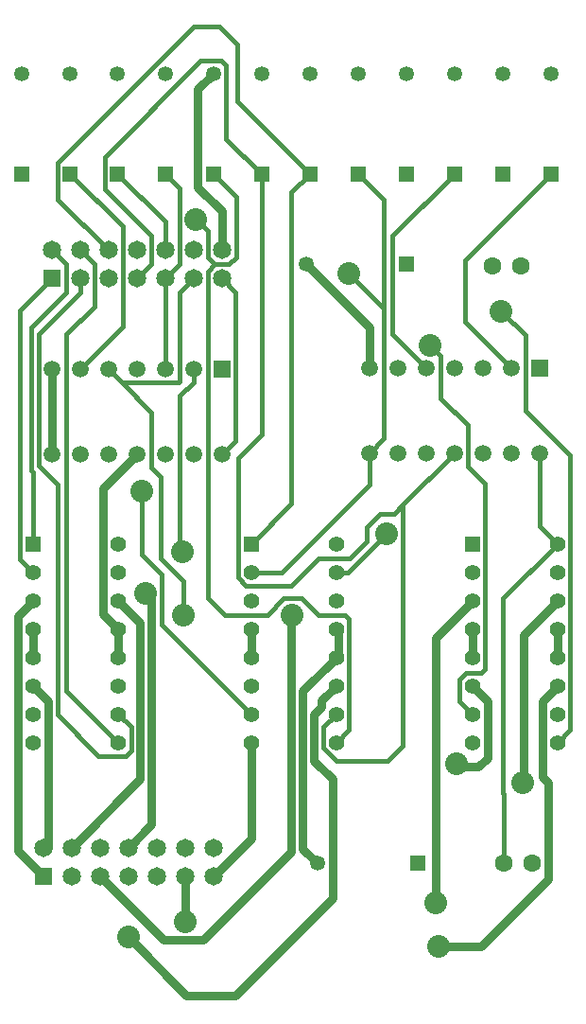
<source format=gbr>
%TF.GenerationSoftware,Altium Limited,Altium Designer,22.9.1 (49)*%
G04 Layer_Physical_Order=1*
G04 Layer_Color=255*
%FSLAX26Y26*%
%MOIN*%
%TF.SameCoordinates,9A4C5482-B669-49D6-A5E7-2A43E7F29E9E*%
%TF.FilePolarity,Positive*%
%TF.FileFunction,Copper,L1,Top,Signal*%
%TF.Part,Single*%
G01*
G75*
%TA.AperFunction,Conductor*%
%ADD10C,0.030000*%
%ADD11C,0.015000*%
%TA.AperFunction,ComponentPad*%
%ADD12R,0.053150X0.053150*%
%ADD13C,0.053150*%
%ADD14C,0.055118*%
%ADD15R,0.055118X0.055118*%
%ADD16C,0.059055*%
%ADD17R,0.059055X0.059055*%
%ADD18C,0.062992*%
%ADD19R,0.053150X0.053150*%
%ADD20C,0.064961*%
%ADD21R,0.064961X0.064961*%
%TA.AperFunction,ViaPad*%
%ADD22C,0.080000*%
D10*
X2818701Y2255433D02*
X2819567Y2254567D01*
X2975000Y2200000D02*
X2979000Y2204000D01*
X2743000Y2265000D02*
X2752567Y2255433D01*
X2818701D01*
X2979000Y2204000D02*
Y2720338D01*
X2819567Y2254567D02*
X2852000Y2287000D01*
X3046000Y2487338D02*
X3098662Y2540000D01*
X3067000Y1859000D02*
Y2198000D01*
X3046000Y2219000D02*
X3067000Y2198000D01*
X3046000Y2219000D02*
Y2487338D01*
X1303000Y1970000D02*
Y2487000D01*
X1915000Y4075000D02*
Y4211000D01*
X1829000Y4297000D02*
X1915000Y4211000D01*
X1829000Y4297000D02*
Y4641166D01*
X1885000Y4697166D01*
X2200642Y2522440D02*
X2318202Y2640000D01*
X2200642Y1967192D02*
Y2522440D01*
Y1967192D02*
X2252834Y1915000D01*
X1550000Y2840000D02*
X1627560Y2762440D01*
Y2212560D02*
Y2762440D01*
X1385000Y1970000D02*
X1627560Y2212560D01*
X2160642Y2788642D02*
X2162000Y2790000D01*
X2160642Y1955838D02*
Y2788642D01*
X1849804Y1645000D02*
X2160642Y1955838D01*
X1710000Y1645000D02*
X1849804D01*
X1485000Y1870000D02*
X1710000Y1645000D01*
X1585000Y1970000D02*
X1667560Y2052560D01*
Y2844444D01*
X1645502Y2866502D02*
X1667560Y2844444D01*
X2668000Y2709338D02*
X2798662Y2840000D01*
X2668000Y1775000D02*
Y2709338D01*
X2852000Y2287000D02*
Y2486662D01*
X2798662Y2540000D02*
X2852000Y2486662D01*
X1785000Y1710000D02*
Y1870000D01*
X2679000Y1621000D02*
X2829000D01*
X3067000Y1859000D01*
X2979000Y2720338D02*
X3098662Y2840000D01*
X1315000Y3355000D02*
Y3655000D01*
X2265642Y2487440D02*
X2318202Y2540000D01*
X2265642Y2465030D02*
Y2487440D01*
X2240642Y2440030D02*
X2265642Y2465030D01*
X2240642Y2277358D02*
Y2440030D01*
Y2277358D02*
X2305000Y2213000D01*
Y1792000D02*
Y2213000D01*
X1963000Y1450000D02*
X2305000Y1792000D01*
X1791000Y1450000D02*
X1963000D01*
X1585000Y1656000D02*
X1791000Y1450000D01*
X2212834Y4025000D02*
X2435000Y3802834D01*
Y3660000D02*
Y3802834D01*
X1885000Y1870000D02*
X2018202Y2003202D01*
Y2340000D01*
X2318202Y2640000D02*
X2327568Y2649366D01*
Y2730634D01*
X2318202Y2740000D02*
X2327568Y2730634D01*
X1497000Y3237000D02*
X1615000Y3355000D01*
X1497000Y2793000D02*
Y3237000D01*
Y2793000D02*
X1550000Y2740000D01*
X1285000Y1970000D02*
X1303000D01*
X1250000Y2540000D02*
X1303000Y2487000D01*
X1197000Y2787000D02*
X1250000Y2840000D01*
X1197000Y1958000D02*
Y2787000D01*
Y1958000D02*
X1285000Y1870000D01*
X3098662Y2640000D02*
Y2740000D01*
X2798662Y2640000D02*
Y2740000D01*
X2018202Y2640000D02*
Y2740000D01*
X1250000Y2640000D02*
Y2740000D01*
X1550000Y2640000D02*
Y2740000D01*
D11*
X2907500Y2161183D02*
Y2848838D01*
Y2161183D02*
X2910000Y2158683D01*
Y1915000D02*
Y2158683D01*
X2907500Y2848838D02*
X3098662Y3040000D01*
X2487000Y3870000D02*
Y4250834D01*
Y3412000D02*
Y3870000D01*
X1562028Y3607972D02*
X1667000Y3503000D01*
X1915000Y3355000D02*
X1963000Y3403000D01*
Y3927000D01*
X1915000Y3975000D02*
X1963000Y3927000D01*
X3035000Y3103662D02*
Y3360000D01*
Y3103662D02*
X3098662Y3040000D01*
X1250000D02*
Y3291972D01*
X1242972Y3299000D02*
X1250000Y3291972D01*
X1242972Y3299000D02*
Y3803008D01*
X1364982Y3925018D01*
Y4025018D01*
X1315000Y4075000D02*
X1364982Y4025018D01*
X1415000Y3925000D02*
Y3975000D01*
X1267972Y3777972D02*
X1415000Y3925000D01*
X1267972Y3317028D02*
Y3777972D01*
Y3317028D02*
X1336000Y3249000D01*
Y2439000D02*
Y3249000D01*
Y2439000D02*
X1481000Y2294000D01*
X1576560D01*
X1595060Y2312500D01*
Y2394940D01*
X1550000Y2440000D02*
X1595060Y2394940D01*
X2517500Y4125334D02*
X2735000Y4342834D01*
X2517500Y3777500D02*
Y4125334D01*
Y3777500D02*
X2635000Y3660000D01*
X2435000Y3360000D02*
X2487000Y3412000D01*
X2363000Y3994000D02*
X2487000Y3870000D01*
X2395000Y4342834D02*
X2487000Y4250834D01*
X1970000Y4597834D02*
X2225000Y4342834D01*
X1970000Y4597834D02*
Y4800000D01*
X1906000Y4864000D02*
X1970000Y4800000D01*
X1816000Y4864000D02*
X1906000D01*
X1336000Y4384000D02*
X1816000Y4864000D01*
X1336000Y4254000D02*
Y4384000D01*
Y4254000D02*
X1515000Y4075000D01*
X2553000Y3178000D02*
X2735000Y3360000D01*
X2521722Y3146722D02*
X2553000Y3178000D01*
X2471858Y3146722D02*
X2521722D01*
X2425136Y3100000D02*
X2471858Y3146722D01*
X2425136Y3050136D02*
Y3100000D01*
X2365000Y2990000D02*
X2425136Y3050136D01*
X2256000Y2990000D02*
X2365000D01*
X2160000Y2894000D02*
X2256000Y2990000D01*
X2000000Y2894000D02*
X2160000D01*
X1973000Y2921000D02*
X2000000Y2894000D01*
X1973000Y2921000D02*
Y3343000D01*
X2055000Y3425000D01*
Y4342834D01*
X2553000Y2329000D02*
Y3178000D01*
X2500000Y2276000D02*
X2553000Y2329000D01*
X2318000Y2276000D02*
X2500000D01*
X2273142Y2320858D02*
X2318000Y2276000D01*
X2273142Y2320858D02*
Y2394940D01*
X2318202Y2440000D01*
X1885000Y4342834D02*
X1965000Y4262834D01*
X1865000Y4000000D02*
X1890000Y4025000D01*
X1865000Y2850000D02*
Y4000000D01*
Y2850000D02*
X1925000Y2790000D01*
X2074556D01*
X2132056Y2847500D01*
X2197452D01*
X2254952Y2790000D01*
X2350000D01*
X2364000Y2776000D01*
Y2385798D02*
Y2776000D01*
X2318202Y2340000D02*
X2364000Y2385798D01*
X1715000Y3975000D02*
X1765000Y4025000D01*
Y4292834D01*
X1715000Y4342834D02*
X1765000Y4292834D01*
X1667000Y3308000D02*
Y3503000D01*
Y3308000D02*
X1700000Y3275000D01*
Y2988852D02*
Y3275000D01*
Y2988852D02*
X1781000Y2907852D01*
Y2790000D02*
Y2907852D01*
X1380740Y4342834D02*
X1564982Y4158592D01*
Y3804982D02*
Y4158592D01*
X1415000Y3655000D02*
X1564982Y3804982D01*
X2900000Y3860000D02*
X2985000Y3775000D01*
Y3510000D02*
Y3775000D01*
Y3510000D02*
X3144000Y3351000D01*
Y2385338D02*
Y3351000D01*
X3098662Y2340000D02*
X3144000Y2385338D01*
X2318202Y2940000D02*
X2358000D01*
X2495000Y3077000D01*
X1815000Y3610500D02*
Y3655000D01*
X1767000Y3562500D02*
X1815000Y3610500D01*
X1767000Y3020000D02*
Y3562500D01*
Y3020000D02*
X1775000Y3012000D01*
X1703002Y2755200D02*
X2018202Y2440000D01*
X1703002Y2755200D02*
Y2933998D01*
X1634000Y3003000D02*
X1703002Y2933998D01*
X1634000Y3003000D02*
Y3226000D01*
X2018202Y2940000D02*
X2125000D01*
X2435000Y3250000D01*
Y3360000D01*
X1415000Y4075000D02*
X1464982Y4025018D01*
Y3877104D02*
Y4025018D01*
X1367000Y3779122D02*
X1464982Y3877104D01*
X1367000Y2523000D02*
Y3779122D01*
Y2523000D02*
X1550000Y2340000D01*
X2650000Y3740000D02*
X2687000Y3703000D01*
Y3554000D02*
Y3703000D01*
Y3554000D02*
X2783000Y3458000D01*
Y3312000D02*
Y3458000D01*
Y3312000D02*
X2844000Y3251000D01*
Y2600000D02*
Y3251000D01*
X2830000Y2586000D02*
X2844000Y2600000D01*
X2775000Y2586000D02*
X2830000D01*
X2753000Y2564000D02*
X2775000Y2586000D01*
X2753000Y2485662D02*
Y2564000D01*
Y2485662D02*
X2798662Y2440000D01*
X2772500Y4040334D02*
X3075000Y4342834D01*
X2772500Y3822500D02*
Y4040334D01*
Y3822500D02*
X2935000Y3660000D01*
X1765000Y3925000D02*
X1815000Y3975000D01*
X1765000Y3610972D02*
Y3925000D01*
X1762000Y3607972D02*
X1765000Y3610972D01*
X1562028Y3607972D02*
X1762000D01*
X1515000Y3655000D02*
X1562028Y3607972D01*
X1965000Y4050000D02*
Y4262834D01*
X1940000Y4025000D02*
X1965000Y4050000D01*
X1890000Y4025000D02*
X1940000D01*
X1865000Y4050000D02*
X1890000Y4025000D01*
X1865000Y4050000D02*
Y4141000D01*
X1823000Y4183000D02*
X1865000Y4141000D01*
X1615000Y3975000D02*
X1665000Y4025000D01*
Y4126000D01*
X1502000Y4289000D02*
X1665000Y4126000D01*
X1502000Y4289000D02*
Y4403000D01*
X1841000Y4742000D01*
X1914000D01*
X1931000Y4725000D01*
Y4466834D02*
Y4725000D01*
Y4466834D02*
X2055000Y4342834D01*
X1715000Y4075000D02*
Y4174426D01*
X1546592Y4342834D02*
X1715000Y4174426D01*
X2018202Y3040000D02*
X2161000Y3182798D01*
Y4278834D01*
X2225000Y4342834D01*
X1204000Y3864000D02*
X1315000Y3975000D01*
X1204000Y2986000D02*
Y3864000D01*
Y2986000D02*
X1250000Y2940000D01*
X1715000Y3655000D02*
Y3975000D01*
D12*
X3075000Y4342834D02*
D03*
X2905000D02*
D03*
X2735000D02*
D03*
X2565000D02*
D03*
X2395000D02*
D03*
X2225000D02*
D03*
X2055000D02*
D03*
X1885000D02*
D03*
X1715000D02*
D03*
X1546592D02*
D03*
X1380740D02*
D03*
X1210808D02*
D03*
D13*
X3075000Y4697166D02*
D03*
X2905000D02*
D03*
X2735000D02*
D03*
X2565000D02*
D03*
X2395000D02*
D03*
X2225000D02*
D03*
X2055000D02*
D03*
X1885000D02*
D03*
X1715000D02*
D03*
X1546592D02*
D03*
X1380740D02*
D03*
X1210808D02*
D03*
X2252834Y1915000D02*
D03*
X2212834Y4025000D02*
D03*
D14*
X1550000Y2340000D02*
D03*
Y2440000D02*
D03*
Y2540000D02*
D03*
Y2640000D02*
D03*
Y2740000D02*
D03*
Y2840000D02*
D03*
Y2940000D02*
D03*
Y3040000D02*
D03*
X1250000Y2340000D02*
D03*
Y2440000D02*
D03*
Y2540000D02*
D03*
Y2640000D02*
D03*
Y2740000D02*
D03*
Y2840000D02*
D03*
Y2940000D02*
D03*
X2318202Y2340000D02*
D03*
Y2440000D02*
D03*
Y2540000D02*
D03*
Y2640000D02*
D03*
Y2740000D02*
D03*
Y2840000D02*
D03*
Y2940000D02*
D03*
Y3040000D02*
D03*
X2018202Y2340000D02*
D03*
Y2440000D02*
D03*
Y2540000D02*
D03*
Y2640000D02*
D03*
Y2740000D02*
D03*
Y2840000D02*
D03*
Y2940000D02*
D03*
X3098662Y2340000D02*
D03*
Y2440000D02*
D03*
Y2540000D02*
D03*
Y2640000D02*
D03*
Y2740000D02*
D03*
Y2840000D02*
D03*
Y2940000D02*
D03*
Y3040000D02*
D03*
X2798662Y2340000D02*
D03*
Y2440000D02*
D03*
Y2540000D02*
D03*
Y2640000D02*
D03*
Y2740000D02*
D03*
Y2840000D02*
D03*
Y2940000D02*
D03*
D15*
X1250000Y3040000D02*
D03*
X2018202D02*
D03*
X2798662D02*
D03*
D16*
X2435000Y3360000D02*
D03*
X2535000D02*
D03*
X2635000D02*
D03*
X2735000D02*
D03*
X2835000D02*
D03*
X2935000D02*
D03*
X3035000D02*
D03*
X2435000Y3660000D02*
D03*
X2535000D02*
D03*
X2635000D02*
D03*
X2735000D02*
D03*
X2835000D02*
D03*
X2935000D02*
D03*
X1315000Y3355000D02*
D03*
X1415000D02*
D03*
X1515000D02*
D03*
X1615000D02*
D03*
X1715000D02*
D03*
X1815000D02*
D03*
X1915000D02*
D03*
X1315000Y3655000D02*
D03*
X1415000D02*
D03*
X1515000D02*
D03*
X1615000D02*
D03*
X1715000D02*
D03*
X1815000D02*
D03*
D17*
X3035000Y3660000D02*
D03*
X1915000Y3655000D02*
D03*
D18*
X3010000Y1915000D02*
D03*
X2910000D02*
D03*
X2970000Y4020000D02*
D03*
X2870000D02*
D03*
D19*
X2607166Y1915000D02*
D03*
X2567166Y4025000D02*
D03*
D20*
X1615000Y4075000D02*
D03*
Y3975000D02*
D03*
X1515000Y4075000D02*
D03*
Y3975000D02*
D03*
X1315000Y4075000D02*
D03*
X1415000Y3975000D02*
D03*
Y4075000D02*
D03*
X1715000Y3975000D02*
D03*
Y4075000D02*
D03*
X1815000Y3975000D02*
D03*
X1915000D02*
D03*
X1815000Y4075000D02*
D03*
X1915000D02*
D03*
X1585000Y1970000D02*
D03*
Y1870000D02*
D03*
X1485000Y1970000D02*
D03*
Y1870000D02*
D03*
X1285000Y1970000D02*
D03*
X1385000Y1870000D02*
D03*
Y1970000D02*
D03*
X1685000Y1870000D02*
D03*
Y1970000D02*
D03*
X1785000Y1870000D02*
D03*
X1885000D02*
D03*
X1785000Y1970000D02*
D03*
X1885000D02*
D03*
D21*
X1315000Y3975000D02*
D03*
X1285000Y1870000D02*
D03*
D22*
X2975000Y2200000D02*
D03*
X2743000Y2265000D02*
D03*
X2363000Y3994000D02*
D03*
X1781000Y2790000D02*
D03*
X2900000Y3860000D02*
D03*
X2162000Y2790000D02*
D03*
X1645502Y2866502D02*
D03*
X2668000Y1775000D02*
D03*
X1785000Y1710000D02*
D03*
X2679000Y1621000D02*
D03*
X2495000Y3077000D02*
D03*
X1775000Y3012000D02*
D03*
X1634000Y3226000D02*
D03*
X2650000Y3740000D02*
D03*
X1823000Y4183000D02*
D03*
X1585000Y1656000D02*
D03*
%TF.MD5,bf7fba61d3d5da6599feb4c247217447*%
M02*

</source>
